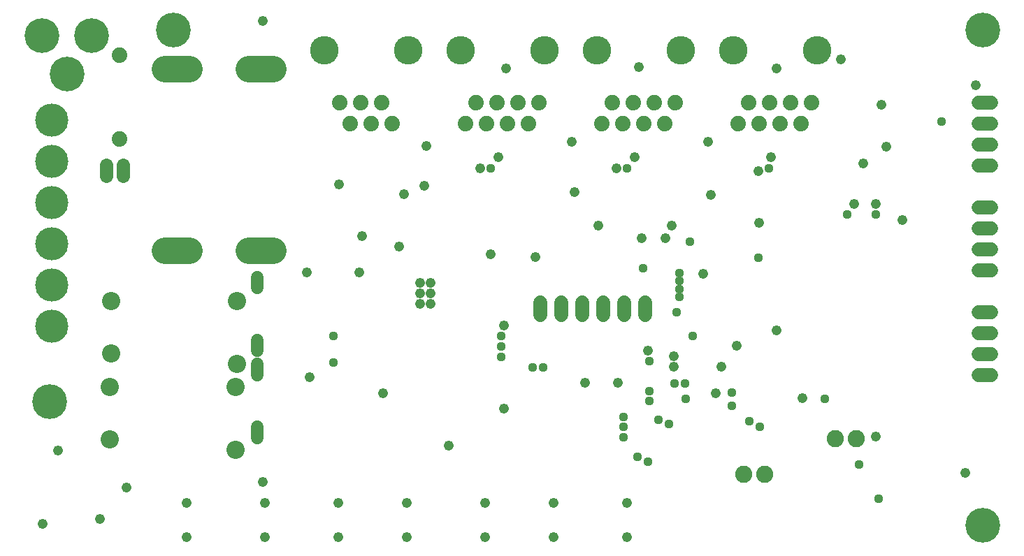
<source format=gbp>
G75*
%MOIN*%
%OFA0B0*%
%FSLAX24Y24*%
%IPPOS*%
%LPD*%
%AMOC8*
5,1,8,0,0,1.08239X$1,22.5*
%
%ADD10C,0.0740*%
%ADD11C,0.0600*%
%ADD12C,0.0680*%
%ADD13C,0.1580*%
%ADD14C,0.1261*%
%ADD15C,0.1655*%
%ADD16C,0.0867*%
%ADD17C,0.0630*%
%ADD18C,0.0820*%
%ADD19C,0.1360*%
%ADD20C,0.0476*%
%ADD21C,0.0440*%
%ADD22C,0.1661*%
D10*
X030918Y033867D03*
X030918Y037867D03*
X041418Y035617D03*
X042418Y035617D03*
X043418Y035617D03*
X042918Y034617D03*
X041918Y034617D03*
X043918Y034617D03*
X047418Y034617D03*
X048418Y034617D03*
X049418Y034617D03*
X050418Y034617D03*
X049918Y035617D03*
X048918Y035617D03*
X047918Y035617D03*
X050918Y035617D03*
X053918Y034617D03*
X054918Y034617D03*
X055918Y034617D03*
X056918Y034617D03*
X056418Y035617D03*
X055418Y035617D03*
X054418Y035617D03*
X057418Y035617D03*
X060418Y034617D03*
X061418Y034617D03*
X062418Y034617D03*
X063418Y034617D03*
X062918Y035617D03*
X061918Y035617D03*
X060918Y035617D03*
X063918Y035617D03*
D11*
X037463Y027283D02*
X037463Y026763D01*
X037463Y024283D02*
X037463Y023763D01*
X037471Y023127D02*
X037471Y022607D01*
X037471Y020127D02*
X037471Y019607D01*
D12*
X050963Y025473D02*
X050963Y026073D01*
X051963Y026073D02*
X051963Y025473D01*
X052963Y025473D02*
X052963Y026073D01*
X053963Y026073D02*
X053963Y025473D01*
X054963Y025473D02*
X054963Y026073D01*
X055963Y026073D02*
X055963Y025473D01*
X071868Y025617D02*
X072468Y025617D01*
X072468Y024617D02*
X071868Y024617D01*
X071868Y023617D02*
X072468Y023617D01*
X072468Y022617D02*
X071868Y022617D01*
X071868Y027617D02*
X072468Y027617D01*
X072468Y028617D02*
X071868Y028617D01*
X071868Y029617D02*
X072468Y029617D01*
X072468Y030617D02*
X071868Y030617D01*
X071868Y032617D02*
X072468Y032617D01*
X072468Y033617D02*
X071868Y033617D01*
X071868Y034617D02*
X072468Y034617D01*
X072468Y035617D02*
X071868Y035617D01*
D13*
X027668Y034788D03*
X027668Y032820D03*
X027668Y030851D03*
X027668Y028883D03*
X027668Y026914D03*
X027668Y024946D03*
D14*
X033078Y028536D02*
X034259Y028536D01*
X037078Y028536D02*
X038259Y028536D01*
X038259Y037198D02*
X037078Y037198D01*
X034259Y037198D02*
X033078Y037198D01*
D15*
X029562Y038814D03*
X027200Y038814D03*
X028400Y036963D03*
D16*
X030521Y026154D03*
X030521Y023654D03*
X030440Y022054D03*
X030440Y019554D03*
X036440Y019054D03*
X036440Y022054D03*
X036521Y023154D03*
X036521Y026154D03*
D17*
X031068Y032092D02*
X031068Y032642D01*
X030268Y032642D02*
X030268Y032092D01*
D18*
X060668Y017867D03*
X061668Y017867D03*
X065058Y019568D03*
X066058Y019568D03*
D19*
X064168Y038117D03*
X060168Y038117D03*
X057668Y038117D03*
X053668Y038117D03*
X051168Y038117D03*
X047168Y038117D03*
X044668Y038117D03*
X040668Y038117D03*
D20*
X034106Y014867D03*
X037856Y014867D03*
X037856Y016492D03*
X037731Y017492D03*
X034106Y016492D03*
X031231Y017242D03*
X029981Y015742D03*
X027231Y015492D03*
X027981Y018992D03*
X039981Y022492D03*
X043481Y021742D03*
X046606Y019242D03*
X049231Y020992D03*
X053106Y022242D03*
X054668Y022242D03*
X057356Y022992D03*
X057356Y023492D03*
X056113Y023780D03*
X059606Y022992D03*
X060356Y023992D03*
X062231Y024742D03*
X058731Y027430D03*
X056926Y029155D03*
X057231Y029742D03*
X055801Y029155D03*
X053731Y029742D03*
X052613Y031342D03*
X054613Y032467D03*
X055481Y032992D03*
X052481Y033742D03*
X048981Y032992D03*
X048113Y032467D03*
X045426Y031655D03*
X044481Y031242D03*
X041363Y031717D03*
X045551Y033530D03*
X049356Y037242D03*
X055668Y037305D03*
X062231Y037242D03*
X065293Y037680D03*
X067231Y035492D03*
X071731Y036430D03*
X067481Y033492D03*
X066363Y032717D03*
X061981Y032992D03*
X061363Y032342D03*
X059113Y031217D03*
X061418Y029867D03*
X065926Y030780D03*
X066988Y030780D03*
X068231Y029992D03*
X058981Y033742D03*
X048606Y028367D03*
X050731Y028242D03*
X045731Y026992D03*
X045731Y026492D03*
X045731Y025992D03*
X045231Y025992D03*
X045231Y026492D03*
X045231Y026992D03*
X042356Y027492D03*
X044231Y028742D03*
X042481Y029242D03*
X039856Y027492D03*
X049238Y024967D03*
X059356Y021742D03*
X063481Y021492D03*
X066981Y019680D03*
X071231Y017930D03*
X055106Y016492D03*
X051606Y016492D03*
X048356Y016492D03*
X048356Y014867D03*
X051606Y014867D03*
X055106Y014867D03*
X044606Y014867D03*
X041356Y014867D03*
X041356Y016492D03*
X044606Y016492D03*
X037731Y039492D03*
D21*
X048613Y032467D03*
X055113Y032467D03*
X061863Y032467D03*
X065613Y030280D03*
X066988Y030280D03*
X061363Y028217D03*
X058113Y028967D03*
X057613Y027467D03*
X057613Y027092D03*
X057613Y026717D03*
X057613Y026342D03*
X057488Y025592D03*
X058238Y024467D03*
X056176Y023280D03*
X057363Y022217D03*
X057863Y022217D03*
X057901Y021467D03*
X057113Y020280D03*
X056613Y020467D03*
X056176Y021380D03*
X056176Y021842D03*
X054926Y020617D03*
X054926Y020155D03*
X054926Y019655D03*
X055613Y018717D03*
X056113Y018467D03*
X060926Y020405D03*
X061426Y020155D03*
X060113Y021155D03*
X060113Y021780D03*
X064551Y021467D03*
X066176Y018342D03*
X067113Y016717D03*
X051113Y022967D03*
X050613Y022967D03*
X049113Y023467D03*
X049113Y023967D03*
X049113Y024467D03*
X041113Y024467D03*
X041113Y023217D03*
X055863Y027717D03*
X070113Y034717D03*
D22*
X072070Y039058D03*
X033487Y039058D03*
X027582Y021341D03*
X072070Y015436D03*
M02*

</source>
